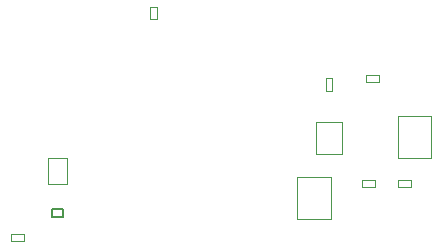
<source format=gbr>
G04*
G04 #@! TF.GenerationSoftware,Altium Limited,Altium Designer,25.8.1 (18)*
G04*
G04 Layer_Color=16711935*
%FSLAX25Y25*%
%MOIN*%
G70*
G04*
G04 #@! TF.SameCoordinates,7B14AC28-D965-4A85-B311-1C3B9A759C65*
G04*
G04*
G04 #@! TF.FilePolarity,Positive*
G04*
G01*
G75*
%ADD10C,0.00394*%
%ADD11C,0.00787*%
D10*
X253417Y452606D02*
Y456937D01*
X255583Y452606D02*
Y456937D01*
X253417Y452606D02*
X255583D01*
X253417Y456937D02*
X255583D01*
X277606Y423083D02*
X281937D01*
X277606Y420917D02*
X281937D01*
X277606D02*
Y423083D01*
X281937Y420917D02*
Y423083D01*
X148563Y405083D02*
X152894D01*
X148563Y402917D02*
X152894D01*
X148563D02*
Y405083D01*
X152894Y402917D02*
Y405083D01*
X243890Y423992D02*
X255110D01*
X243890Y410016D02*
X255110D01*
Y423992D01*
X243890Y410016D02*
Y423992D01*
X277390Y444484D02*
X288610D01*
X277390Y430508D02*
X288610D01*
Y444484D01*
X277390Y430508D02*
Y444484D01*
X269937Y420917D02*
Y423083D01*
X265606Y420917D02*
Y423083D01*
Y420917D02*
X269937D01*
X265606Y423083D02*
X269937D01*
X194917Y476724D02*
X197083D01*
X194917Y480858D02*
X197083D01*
X194917Y476724D02*
Y480858D01*
X197083Y476724D02*
Y480858D01*
X271165Y455917D02*
Y458083D01*
X266835Y455917D02*
Y458083D01*
Y455917D02*
X271165D01*
X266835Y458083D02*
X271165D01*
X160850Y430350D02*
X167150D01*
X160850Y421650D02*
X167150D01*
Y430350D01*
X160850Y421650D02*
Y430350D01*
X250169Y431913D02*
Y442543D01*
X258831Y431913D02*
Y442543D01*
X250169Y431913D02*
X258831D01*
X250169Y442543D02*
X258831D01*
D11*
X162031Y410835D02*
Y413590D01*
X165969D01*
Y410835D02*
Y413590D01*
X162031Y410835D02*
X165969D01*
M02*

</source>
